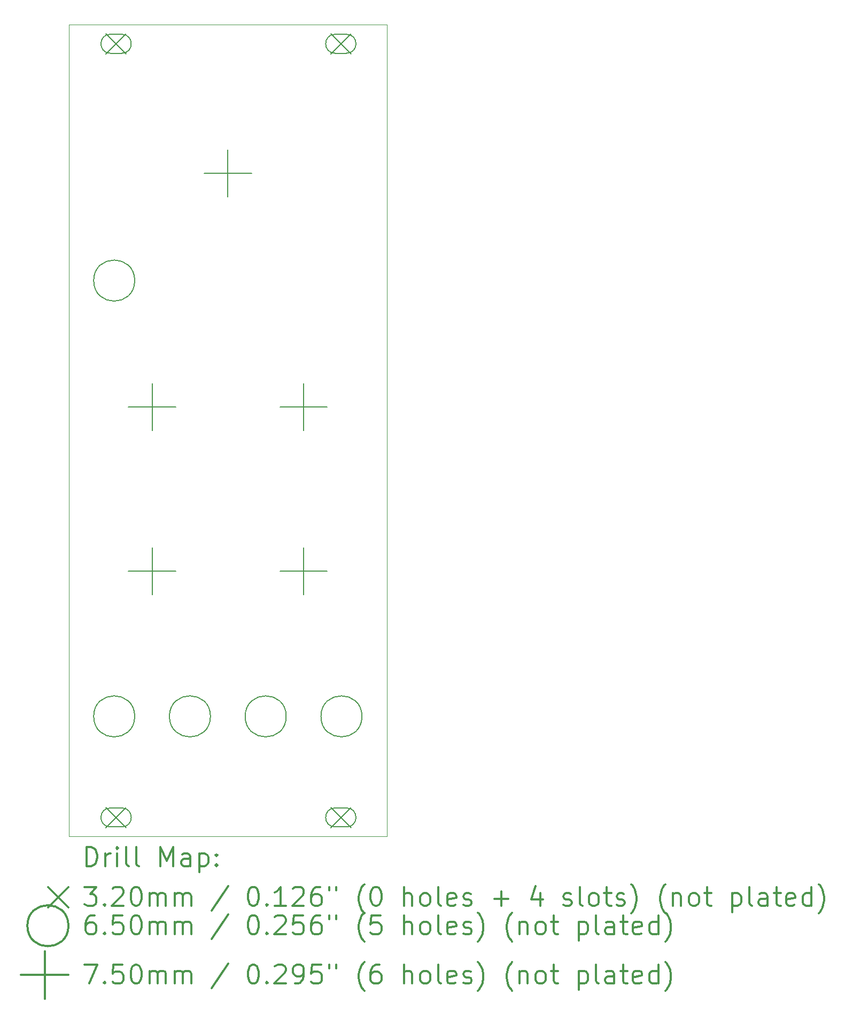
<source format=gbr>
%FSLAX45Y45*%
G04 Gerber Fmt 4.5, Leading zero omitted, Abs format (unit mm)*
G04 Created by KiCad (PCBNEW (5.0.0-rc2)) date Wed Jul  8 20:57:11 2020*
%MOMM*%
%LPD*%
G01*
G04 APERTURE LIST*
%ADD10C,0.100000*%
%ADD11C,0.200000*%
%ADD12C,0.300000*%
G04 APERTURE END LIST*
D10*
X0Y12850000D02*
X0Y0D01*
X5040000Y12850000D02*
X0Y12850000D01*
X5040000Y0D02*
X5040000Y12850000D01*
X0Y0D02*
X5040000Y0D01*
D11*
X590000Y460000D02*
X910000Y140000D01*
X910000Y460000D02*
X590000Y140000D01*
X660000Y150000D02*
X840000Y150000D01*
X660000Y450000D02*
X840000Y450000D01*
X840000Y150000D02*
G75*
G03X840000Y450000I0J150000D01*
G01*
X660000Y450000D02*
G75*
G03X660000Y150000I0J-150000D01*
G01*
X590000Y12710000D02*
X910000Y12390000D01*
X910000Y12710000D02*
X590000Y12390000D01*
X660000Y12400000D02*
X840000Y12400000D01*
X660000Y12700000D02*
X840000Y12700000D01*
X840000Y12400000D02*
G75*
G03X840000Y12700000I0J150000D01*
G01*
X660000Y12700000D02*
G75*
G03X660000Y12400000I0J-150000D01*
G01*
X4150000Y12710000D02*
X4470000Y12390000D01*
X4470000Y12710000D02*
X4150000Y12390000D01*
X4220000Y12400000D02*
X4400000Y12400000D01*
X4220000Y12700000D02*
X4400000Y12700000D01*
X4400000Y12400000D02*
G75*
G03X4400000Y12700000I0J150000D01*
G01*
X4220000Y12700000D02*
G75*
G03X4220000Y12400000I0J-150000D01*
G01*
X4150000Y460000D02*
X4470000Y140000D01*
X4470000Y460000D02*
X4150000Y140000D01*
X4220000Y150000D02*
X4400000Y150000D01*
X4220000Y450000D02*
X4400000Y450000D01*
X4400000Y150000D02*
G75*
G03X4400000Y450000I0J150000D01*
G01*
X4220000Y450000D02*
G75*
G03X4220000Y150000I0J-150000D01*
G01*
X1045000Y1900000D02*
G75*
G03X1045000Y1900000I-325000J0D01*
G01*
X2245000Y1900000D02*
G75*
G03X2245000Y1900000I-325000J0D01*
G01*
X4645000Y1900000D02*
G75*
G03X4645000Y1900000I-325000J0D01*
G01*
X1045000Y8800000D02*
G75*
G03X1045000Y8800000I-325000J0D01*
G01*
X3445000Y1900000D02*
G75*
G03X3445000Y1900000I-325000J0D01*
G01*
X2520000Y10875000D02*
X2520000Y10125000D01*
X2145000Y10500000D02*
X2895000Y10500000D01*
X1320000Y7175000D02*
X1320000Y6425000D01*
X945000Y6800000D02*
X1695000Y6800000D01*
X1320000Y4575000D02*
X1320000Y3825000D01*
X945000Y4200000D02*
X1695000Y4200000D01*
X1320000Y4575000D02*
X1320000Y3825000D01*
X945000Y4200000D02*
X1695000Y4200000D01*
X3720000Y7175000D02*
X3720000Y6425000D01*
X3345000Y6800000D02*
X4095000Y6800000D01*
X3720000Y4575000D02*
X3720000Y3825000D01*
X3345000Y4200000D02*
X4095000Y4200000D01*
D12*
X281428Y-470714D02*
X281428Y-170714D01*
X352857Y-170714D01*
X395714Y-185000D01*
X424286Y-213571D01*
X438571Y-242143D01*
X452857Y-299286D01*
X452857Y-342143D01*
X438571Y-399286D01*
X424286Y-427857D01*
X395714Y-456429D01*
X352857Y-470714D01*
X281428Y-470714D01*
X581428Y-470714D02*
X581428Y-270714D01*
X581428Y-327857D02*
X595714Y-299286D01*
X610000Y-285000D01*
X638571Y-270714D01*
X667143Y-270714D01*
X767143Y-470714D02*
X767143Y-270714D01*
X767143Y-170714D02*
X752857Y-185000D01*
X767143Y-199286D01*
X781428Y-185000D01*
X767143Y-170714D01*
X767143Y-199286D01*
X952857Y-470714D02*
X924286Y-456429D01*
X910000Y-427857D01*
X910000Y-170714D01*
X1110000Y-470714D02*
X1081428Y-456429D01*
X1067143Y-427857D01*
X1067143Y-170714D01*
X1452857Y-470714D02*
X1452857Y-170714D01*
X1552857Y-385000D01*
X1652857Y-170714D01*
X1652857Y-470714D01*
X1924286Y-470714D02*
X1924286Y-313572D01*
X1910000Y-285000D01*
X1881428Y-270714D01*
X1824286Y-270714D01*
X1795714Y-285000D01*
X1924286Y-456429D02*
X1895714Y-470714D01*
X1824286Y-470714D01*
X1795714Y-456429D01*
X1781428Y-427857D01*
X1781428Y-399286D01*
X1795714Y-370714D01*
X1824286Y-356429D01*
X1895714Y-356429D01*
X1924286Y-342143D01*
X2067143Y-270714D02*
X2067143Y-570714D01*
X2067143Y-285000D02*
X2095714Y-270714D01*
X2152857Y-270714D01*
X2181428Y-285000D01*
X2195714Y-299286D01*
X2210000Y-327857D01*
X2210000Y-413571D01*
X2195714Y-442143D01*
X2181428Y-456429D01*
X2152857Y-470714D01*
X2095714Y-470714D01*
X2067143Y-456429D01*
X2338571Y-442143D02*
X2352857Y-456429D01*
X2338571Y-470714D01*
X2324286Y-456429D01*
X2338571Y-442143D01*
X2338571Y-470714D01*
X2338571Y-285000D02*
X2352857Y-299286D01*
X2338571Y-313572D01*
X2324286Y-299286D01*
X2338571Y-285000D01*
X2338571Y-313572D01*
X-325000Y-805000D02*
X-5000Y-1125000D01*
X-5000Y-805000D02*
X-325000Y-1125000D01*
X252857Y-800714D02*
X438571Y-800714D01*
X338571Y-915000D01*
X381428Y-915000D01*
X410000Y-929286D01*
X424286Y-943571D01*
X438571Y-972143D01*
X438571Y-1043571D01*
X424286Y-1072143D01*
X410000Y-1086429D01*
X381428Y-1100714D01*
X295714Y-1100714D01*
X267143Y-1086429D01*
X252857Y-1072143D01*
X567143Y-1072143D02*
X581428Y-1086429D01*
X567143Y-1100714D01*
X552857Y-1086429D01*
X567143Y-1072143D01*
X567143Y-1100714D01*
X695714Y-829286D02*
X710000Y-815000D01*
X738571Y-800714D01*
X810000Y-800714D01*
X838571Y-815000D01*
X852857Y-829286D01*
X867143Y-857857D01*
X867143Y-886429D01*
X852857Y-929286D01*
X681428Y-1100714D01*
X867143Y-1100714D01*
X1052857Y-800714D02*
X1081428Y-800714D01*
X1110000Y-815000D01*
X1124286Y-829286D01*
X1138571Y-857857D01*
X1152857Y-915000D01*
X1152857Y-986429D01*
X1138571Y-1043571D01*
X1124286Y-1072143D01*
X1110000Y-1086429D01*
X1081428Y-1100714D01*
X1052857Y-1100714D01*
X1024286Y-1086429D01*
X1010000Y-1072143D01*
X995714Y-1043571D01*
X981428Y-986429D01*
X981428Y-915000D01*
X995714Y-857857D01*
X1010000Y-829286D01*
X1024286Y-815000D01*
X1052857Y-800714D01*
X1281428Y-1100714D02*
X1281428Y-900714D01*
X1281428Y-929286D02*
X1295714Y-915000D01*
X1324286Y-900714D01*
X1367143Y-900714D01*
X1395714Y-915000D01*
X1410000Y-943571D01*
X1410000Y-1100714D01*
X1410000Y-943571D02*
X1424286Y-915000D01*
X1452857Y-900714D01*
X1495714Y-900714D01*
X1524286Y-915000D01*
X1538571Y-943571D01*
X1538571Y-1100714D01*
X1681428Y-1100714D02*
X1681428Y-900714D01*
X1681428Y-929286D02*
X1695714Y-915000D01*
X1724286Y-900714D01*
X1767143Y-900714D01*
X1795714Y-915000D01*
X1810000Y-943571D01*
X1810000Y-1100714D01*
X1810000Y-943571D02*
X1824286Y-915000D01*
X1852857Y-900714D01*
X1895714Y-900714D01*
X1924286Y-915000D01*
X1938571Y-943571D01*
X1938571Y-1100714D01*
X2524286Y-786429D02*
X2267143Y-1172143D01*
X2910000Y-800714D02*
X2938571Y-800714D01*
X2967143Y-815000D01*
X2981428Y-829286D01*
X2995714Y-857857D01*
X3010000Y-915000D01*
X3010000Y-986429D01*
X2995714Y-1043571D01*
X2981428Y-1072143D01*
X2967143Y-1086429D01*
X2938571Y-1100714D01*
X2910000Y-1100714D01*
X2881428Y-1086429D01*
X2867143Y-1072143D01*
X2852857Y-1043571D01*
X2838571Y-986429D01*
X2838571Y-915000D01*
X2852857Y-857857D01*
X2867143Y-829286D01*
X2881428Y-815000D01*
X2910000Y-800714D01*
X3138571Y-1072143D02*
X3152857Y-1086429D01*
X3138571Y-1100714D01*
X3124286Y-1086429D01*
X3138571Y-1072143D01*
X3138571Y-1100714D01*
X3438571Y-1100714D02*
X3267143Y-1100714D01*
X3352857Y-1100714D02*
X3352857Y-800714D01*
X3324286Y-843571D01*
X3295714Y-872143D01*
X3267143Y-886429D01*
X3552857Y-829286D02*
X3567143Y-815000D01*
X3595714Y-800714D01*
X3667143Y-800714D01*
X3695714Y-815000D01*
X3710000Y-829286D01*
X3724286Y-857857D01*
X3724286Y-886429D01*
X3710000Y-929286D01*
X3538571Y-1100714D01*
X3724286Y-1100714D01*
X3981428Y-800714D02*
X3924286Y-800714D01*
X3895714Y-815000D01*
X3881428Y-829286D01*
X3852857Y-872143D01*
X3838571Y-929286D01*
X3838571Y-1043571D01*
X3852857Y-1072143D01*
X3867143Y-1086429D01*
X3895714Y-1100714D01*
X3952857Y-1100714D01*
X3981428Y-1086429D01*
X3995714Y-1072143D01*
X4010000Y-1043571D01*
X4010000Y-972143D01*
X3995714Y-943571D01*
X3981428Y-929286D01*
X3952857Y-915000D01*
X3895714Y-915000D01*
X3867143Y-929286D01*
X3852857Y-943571D01*
X3838571Y-972143D01*
X4124286Y-800714D02*
X4124286Y-857857D01*
X4238571Y-800714D02*
X4238571Y-857857D01*
X4681428Y-1215000D02*
X4667143Y-1200714D01*
X4638571Y-1157857D01*
X4624286Y-1129286D01*
X4610000Y-1086429D01*
X4595714Y-1015000D01*
X4595714Y-957857D01*
X4610000Y-886429D01*
X4624286Y-843571D01*
X4638571Y-815000D01*
X4667143Y-772143D01*
X4681428Y-757857D01*
X4852857Y-800714D02*
X4881428Y-800714D01*
X4910000Y-815000D01*
X4924286Y-829286D01*
X4938571Y-857857D01*
X4952857Y-915000D01*
X4952857Y-986429D01*
X4938571Y-1043571D01*
X4924286Y-1072143D01*
X4910000Y-1086429D01*
X4881428Y-1100714D01*
X4852857Y-1100714D01*
X4824286Y-1086429D01*
X4810000Y-1072143D01*
X4795714Y-1043571D01*
X4781428Y-986429D01*
X4781428Y-915000D01*
X4795714Y-857857D01*
X4810000Y-829286D01*
X4824286Y-815000D01*
X4852857Y-800714D01*
X5310000Y-1100714D02*
X5310000Y-800714D01*
X5438571Y-1100714D02*
X5438571Y-943571D01*
X5424286Y-915000D01*
X5395714Y-900714D01*
X5352857Y-900714D01*
X5324286Y-915000D01*
X5310000Y-929286D01*
X5624286Y-1100714D02*
X5595714Y-1086429D01*
X5581428Y-1072143D01*
X5567143Y-1043571D01*
X5567143Y-957857D01*
X5581428Y-929286D01*
X5595714Y-915000D01*
X5624286Y-900714D01*
X5667143Y-900714D01*
X5695714Y-915000D01*
X5710000Y-929286D01*
X5724286Y-957857D01*
X5724286Y-1043571D01*
X5710000Y-1072143D01*
X5695714Y-1086429D01*
X5667143Y-1100714D01*
X5624286Y-1100714D01*
X5895714Y-1100714D02*
X5867143Y-1086429D01*
X5852857Y-1057857D01*
X5852857Y-800714D01*
X6124286Y-1086429D02*
X6095714Y-1100714D01*
X6038571Y-1100714D01*
X6010000Y-1086429D01*
X5995714Y-1057857D01*
X5995714Y-943571D01*
X6010000Y-915000D01*
X6038571Y-900714D01*
X6095714Y-900714D01*
X6124286Y-915000D01*
X6138571Y-943571D01*
X6138571Y-972143D01*
X5995714Y-1000714D01*
X6252857Y-1086429D02*
X6281428Y-1100714D01*
X6338571Y-1100714D01*
X6367143Y-1086429D01*
X6381428Y-1057857D01*
X6381428Y-1043571D01*
X6367143Y-1015000D01*
X6338571Y-1000714D01*
X6295714Y-1000714D01*
X6267143Y-986429D01*
X6252857Y-957857D01*
X6252857Y-943571D01*
X6267143Y-915000D01*
X6295714Y-900714D01*
X6338571Y-900714D01*
X6367143Y-915000D01*
X6738571Y-986429D02*
X6967143Y-986429D01*
X6852857Y-1100714D02*
X6852857Y-872143D01*
X7467143Y-900714D02*
X7467143Y-1100714D01*
X7395714Y-786429D02*
X7324286Y-1000714D01*
X7510000Y-1000714D01*
X7838571Y-1086429D02*
X7867143Y-1100714D01*
X7924286Y-1100714D01*
X7952857Y-1086429D01*
X7967143Y-1057857D01*
X7967143Y-1043571D01*
X7952857Y-1015000D01*
X7924286Y-1000714D01*
X7881428Y-1000714D01*
X7852857Y-986429D01*
X7838571Y-957857D01*
X7838571Y-943571D01*
X7852857Y-915000D01*
X7881428Y-900714D01*
X7924286Y-900714D01*
X7952857Y-915000D01*
X8138571Y-1100714D02*
X8110000Y-1086429D01*
X8095714Y-1057857D01*
X8095714Y-800714D01*
X8295714Y-1100714D02*
X8267143Y-1086429D01*
X8252857Y-1072143D01*
X8238571Y-1043571D01*
X8238571Y-957857D01*
X8252857Y-929286D01*
X8267143Y-915000D01*
X8295714Y-900714D01*
X8338571Y-900714D01*
X8367143Y-915000D01*
X8381428Y-929286D01*
X8395714Y-957857D01*
X8395714Y-1043571D01*
X8381428Y-1072143D01*
X8367143Y-1086429D01*
X8338571Y-1100714D01*
X8295714Y-1100714D01*
X8481428Y-900714D02*
X8595714Y-900714D01*
X8524286Y-800714D02*
X8524286Y-1057857D01*
X8538571Y-1086429D01*
X8567143Y-1100714D01*
X8595714Y-1100714D01*
X8681428Y-1086429D02*
X8710000Y-1100714D01*
X8767143Y-1100714D01*
X8795714Y-1086429D01*
X8810000Y-1057857D01*
X8810000Y-1043571D01*
X8795714Y-1015000D01*
X8767143Y-1000714D01*
X8724286Y-1000714D01*
X8695714Y-986429D01*
X8681428Y-957857D01*
X8681428Y-943571D01*
X8695714Y-915000D01*
X8724286Y-900714D01*
X8767143Y-900714D01*
X8795714Y-915000D01*
X8910000Y-1215000D02*
X8924286Y-1200714D01*
X8952857Y-1157857D01*
X8967143Y-1129286D01*
X8981428Y-1086429D01*
X8995714Y-1015000D01*
X8995714Y-957857D01*
X8981428Y-886429D01*
X8967143Y-843571D01*
X8952857Y-815000D01*
X8924286Y-772143D01*
X8910000Y-757857D01*
X9452857Y-1215000D02*
X9438571Y-1200714D01*
X9410000Y-1157857D01*
X9395714Y-1129286D01*
X9381428Y-1086429D01*
X9367143Y-1015000D01*
X9367143Y-957857D01*
X9381428Y-886429D01*
X9395714Y-843571D01*
X9410000Y-815000D01*
X9438571Y-772143D01*
X9452857Y-757857D01*
X9567143Y-900714D02*
X9567143Y-1100714D01*
X9567143Y-929286D02*
X9581428Y-915000D01*
X9610000Y-900714D01*
X9652857Y-900714D01*
X9681428Y-915000D01*
X9695714Y-943571D01*
X9695714Y-1100714D01*
X9881428Y-1100714D02*
X9852857Y-1086429D01*
X9838571Y-1072143D01*
X9824286Y-1043571D01*
X9824286Y-957857D01*
X9838571Y-929286D01*
X9852857Y-915000D01*
X9881428Y-900714D01*
X9924286Y-900714D01*
X9952857Y-915000D01*
X9967143Y-929286D01*
X9981428Y-957857D01*
X9981428Y-1043571D01*
X9967143Y-1072143D01*
X9952857Y-1086429D01*
X9924286Y-1100714D01*
X9881428Y-1100714D01*
X10067143Y-900714D02*
X10181428Y-900714D01*
X10110000Y-800714D02*
X10110000Y-1057857D01*
X10124286Y-1086429D01*
X10152857Y-1100714D01*
X10181428Y-1100714D01*
X10510000Y-900714D02*
X10510000Y-1200714D01*
X10510000Y-915000D02*
X10538571Y-900714D01*
X10595714Y-900714D01*
X10624286Y-915000D01*
X10638571Y-929286D01*
X10652857Y-957857D01*
X10652857Y-1043571D01*
X10638571Y-1072143D01*
X10624286Y-1086429D01*
X10595714Y-1100714D01*
X10538571Y-1100714D01*
X10510000Y-1086429D01*
X10824286Y-1100714D02*
X10795714Y-1086429D01*
X10781428Y-1057857D01*
X10781428Y-800714D01*
X11067143Y-1100714D02*
X11067143Y-943571D01*
X11052857Y-915000D01*
X11024286Y-900714D01*
X10967143Y-900714D01*
X10938571Y-915000D01*
X11067143Y-1086429D02*
X11038571Y-1100714D01*
X10967143Y-1100714D01*
X10938571Y-1086429D01*
X10924286Y-1057857D01*
X10924286Y-1029286D01*
X10938571Y-1000714D01*
X10967143Y-986429D01*
X11038571Y-986429D01*
X11067143Y-972143D01*
X11167143Y-900714D02*
X11281428Y-900714D01*
X11210000Y-800714D02*
X11210000Y-1057857D01*
X11224286Y-1086429D01*
X11252857Y-1100714D01*
X11281428Y-1100714D01*
X11495714Y-1086429D02*
X11467143Y-1100714D01*
X11410000Y-1100714D01*
X11381428Y-1086429D01*
X11367143Y-1057857D01*
X11367143Y-943571D01*
X11381428Y-915000D01*
X11410000Y-900714D01*
X11467143Y-900714D01*
X11495714Y-915000D01*
X11510000Y-943571D01*
X11510000Y-972143D01*
X11367143Y-1000714D01*
X11767143Y-1100714D02*
X11767143Y-800714D01*
X11767143Y-1086429D02*
X11738571Y-1100714D01*
X11681428Y-1100714D01*
X11652857Y-1086429D01*
X11638571Y-1072143D01*
X11624286Y-1043571D01*
X11624286Y-957857D01*
X11638571Y-929286D01*
X11652857Y-915000D01*
X11681428Y-900714D01*
X11738571Y-900714D01*
X11767143Y-915000D01*
X11881428Y-1215000D02*
X11895714Y-1200714D01*
X11924286Y-1157857D01*
X11938571Y-1129286D01*
X11952857Y-1086429D01*
X11967143Y-1015000D01*
X11967143Y-957857D01*
X11952857Y-886429D01*
X11938571Y-843571D01*
X11924286Y-815000D01*
X11895714Y-772143D01*
X11881428Y-757857D01*
X-5000Y-1415000D02*
G75*
G03X-5000Y-1415000I-325000J0D01*
G01*
X410000Y-1250714D02*
X352857Y-1250714D01*
X324286Y-1265000D01*
X310000Y-1279286D01*
X281428Y-1322143D01*
X267143Y-1379286D01*
X267143Y-1493571D01*
X281428Y-1522143D01*
X295714Y-1536429D01*
X324286Y-1550714D01*
X381428Y-1550714D01*
X410000Y-1536429D01*
X424286Y-1522143D01*
X438571Y-1493571D01*
X438571Y-1422143D01*
X424286Y-1393572D01*
X410000Y-1379286D01*
X381428Y-1365000D01*
X324286Y-1365000D01*
X295714Y-1379286D01*
X281428Y-1393572D01*
X267143Y-1422143D01*
X567143Y-1522143D02*
X581428Y-1536429D01*
X567143Y-1550714D01*
X552857Y-1536429D01*
X567143Y-1522143D01*
X567143Y-1550714D01*
X852857Y-1250714D02*
X710000Y-1250714D01*
X695714Y-1393572D01*
X710000Y-1379286D01*
X738571Y-1365000D01*
X810000Y-1365000D01*
X838571Y-1379286D01*
X852857Y-1393572D01*
X867143Y-1422143D01*
X867143Y-1493571D01*
X852857Y-1522143D01*
X838571Y-1536429D01*
X810000Y-1550714D01*
X738571Y-1550714D01*
X710000Y-1536429D01*
X695714Y-1522143D01*
X1052857Y-1250714D02*
X1081428Y-1250714D01*
X1110000Y-1265000D01*
X1124286Y-1279286D01*
X1138571Y-1307857D01*
X1152857Y-1365000D01*
X1152857Y-1436429D01*
X1138571Y-1493571D01*
X1124286Y-1522143D01*
X1110000Y-1536429D01*
X1081428Y-1550714D01*
X1052857Y-1550714D01*
X1024286Y-1536429D01*
X1010000Y-1522143D01*
X995714Y-1493571D01*
X981428Y-1436429D01*
X981428Y-1365000D01*
X995714Y-1307857D01*
X1010000Y-1279286D01*
X1024286Y-1265000D01*
X1052857Y-1250714D01*
X1281428Y-1550714D02*
X1281428Y-1350714D01*
X1281428Y-1379286D02*
X1295714Y-1365000D01*
X1324286Y-1350714D01*
X1367143Y-1350714D01*
X1395714Y-1365000D01*
X1410000Y-1393572D01*
X1410000Y-1550714D01*
X1410000Y-1393572D02*
X1424286Y-1365000D01*
X1452857Y-1350714D01*
X1495714Y-1350714D01*
X1524286Y-1365000D01*
X1538571Y-1393572D01*
X1538571Y-1550714D01*
X1681428Y-1550714D02*
X1681428Y-1350714D01*
X1681428Y-1379286D02*
X1695714Y-1365000D01*
X1724286Y-1350714D01*
X1767143Y-1350714D01*
X1795714Y-1365000D01*
X1810000Y-1393572D01*
X1810000Y-1550714D01*
X1810000Y-1393572D02*
X1824286Y-1365000D01*
X1852857Y-1350714D01*
X1895714Y-1350714D01*
X1924286Y-1365000D01*
X1938571Y-1393572D01*
X1938571Y-1550714D01*
X2524286Y-1236429D02*
X2267143Y-1622143D01*
X2910000Y-1250714D02*
X2938571Y-1250714D01*
X2967143Y-1265000D01*
X2981428Y-1279286D01*
X2995714Y-1307857D01*
X3010000Y-1365000D01*
X3010000Y-1436429D01*
X2995714Y-1493571D01*
X2981428Y-1522143D01*
X2967143Y-1536429D01*
X2938571Y-1550714D01*
X2910000Y-1550714D01*
X2881428Y-1536429D01*
X2867143Y-1522143D01*
X2852857Y-1493571D01*
X2838571Y-1436429D01*
X2838571Y-1365000D01*
X2852857Y-1307857D01*
X2867143Y-1279286D01*
X2881428Y-1265000D01*
X2910000Y-1250714D01*
X3138571Y-1522143D02*
X3152857Y-1536429D01*
X3138571Y-1550714D01*
X3124286Y-1536429D01*
X3138571Y-1522143D01*
X3138571Y-1550714D01*
X3267143Y-1279286D02*
X3281428Y-1265000D01*
X3310000Y-1250714D01*
X3381428Y-1250714D01*
X3410000Y-1265000D01*
X3424286Y-1279286D01*
X3438571Y-1307857D01*
X3438571Y-1336429D01*
X3424286Y-1379286D01*
X3252857Y-1550714D01*
X3438571Y-1550714D01*
X3710000Y-1250714D02*
X3567143Y-1250714D01*
X3552857Y-1393572D01*
X3567143Y-1379286D01*
X3595714Y-1365000D01*
X3667143Y-1365000D01*
X3695714Y-1379286D01*
X3710000Y-1393572D01*
X3724286Y-1422143D01*
X3724286Y-1493571D01*
X3710000Y-1522143D01*
X3695714Y-1536429D01*
X3667143Y-1550714D01*
X3595714Y-1550714D01*
X3567143Y-1536429D01*
X3552857Y-1522143D01*
X3981428Y-1250714D02*
X3924286Y-1250714D01*
X3895714Y-1265000D01*
X3881428Y-1279286D01*
X3852857Y-1322143D01*
X3838571Y-1379286D01*
X3838571Y-1493571D01*
X3852857Y-1522143D01*
X3867143Y-1536429D01*
X3895714Y-1550714D01*
X3952857Y-1550714D01*
X3981428Y-1536429D01*
X3995714Y-1522143D01*
X4010000Y-1493571D01*
X4010000Y-1422143D01*
X3995714Y-1393572D01*
X3981428Y-1379286D01*
X3952857Y-1365000D01*
X3895714Y-1365000D01*
X3867143Y-1379286D01*
X3852857Y-1393572D01*
X3838571Y-1422143D01*
X4124286Y-1250714D02*
X4124286Y-1307857D01*
X4238571Y-1250714D02*
X4238571Y-1307857D01*
X4681428Y-1665000D02*
X4667143Y-1650714D01*
X4638571Y-1607857D01*
X4624286Y-1579286D01*
X4610000Y-1536429D01*
X4595714Y-1465000D01*
X4595714Y-1407857D01*
X4610000Y-1336429D01*
X4624286Y-1293572D01*
X4638571Y-1265000D01*
X4667143Y-1222143D01*
X4681428Y-1207857D01*
X4938571Y-1250714D02*
X4795714Y-1250714D01*
X4781428Y-1393572D01*
X4795714Y-1379286D01*
X4824286Y-1365000D01*
X4895714Y-1365000D01*
X4924286Y-1379286D01*
X4938571Y-1393572D01*
X4952857Y-1422143D01*
X4952857Y-1493571D01*
X4938571Y-1522143D01*
X4924286Y-1536429D01*
X4895714Y-1550714D01*
X4824286Y-1550714D01*
X4795714Y-1536429D01*
X4781428Y-1522143D01*
X5310000Y-1550714D02*
X5310000Y-1250714D01*
X5438571Y-1550714D02*
X5438571Y-1393572D01*
X5424286Y-1365000D01*
X5395714Y-1350714D01*
X5352857Y-1350714D01*
X5324286Y-1365000D01*
X5310000Y-1379286D01*
X5624286Y-1550714D02*
X5595714Y-1536429D01*
X5581428Y-1522143D01*
X5567143Y-1493571D01*
X5567143Y-1407857D01*
X5581428Y-1379286D01*
X5595714Y-1365000D01*
X5624286Y-1350714D01*
X5667143Y-1350714D01*
X5695714Y-1365000D01*
X5710000Y-1379286D01*
X5724286Y-1407857D01*
X5724286Y-1493571D01*
X5710000Y-1522143D01*
X5695714Y-1536429D01*
X5667143Y-1550714D01*
X5624286Y-1550714D01*
X5895714Y-1550714D02*
X5867143Y-1536429D01*
X5852857Y-1507857D01*
X5852857Y-1250714D01*
X6124286Y-1536429D02*
X6095714Y-1550714D01*
X6038571Y-1550714D01*
X6010000Y-1536429D01*
X5995714Y-1507857D01*
X5995714Y-1393572D01*
X6010000Y-1365000D01*
X6038571Y-1350714D01*
X6095714Y-1350714D01*
X6124286Y-1365000D01*
X6138571Y-1393572D01*
X6138571Y-1422143D01*
X5995714Y-1450714D01*
X6252857Y-1536429D02*
X6281428Y-1550714D01*
X6338571Y-1550714D01*
X6367143Y-1536429D01*
X6381428Y-1507857D01*
X6381428Y-1493571D01*
X6367143Y-1465000D01*
X6338571Y-1450714D01*
X6295714Y-1450714D01*
X6267143Y-1436429D01*
X6252857Y-1407857D01*
X6252857Y-1393572D01*
X6267143Y-1365000D01*
X6295714Y-1350714D01*
X6338571Y-1350714D01*
X6367143Y-1365000D01*
X6481428Y-1665000D02*
X6495714Y-1650714D01*
X6524286Y-1607857D01*
X6538571Y-1579286D01*
X6552857Y-1536429D01*
X6567143Y-1465000D01*
X6567143Y-1407857D01*
X6552857Y-1336429D01*
X6538571Y-1293572D01*
X6524286Y-1265000D01*
X6495714Y-1222143D01*
X6481428Y-1207857D01*
X7024286Y-1665000D02*
X7010000Y-1650714D01*
X6981428Y-1607857D01*
X6967143Y-1579286D01*
X6952857Y-1536429D01*
X6938571Y-1465000D01*
X6938571Y-1407857D01*
X6952857Y-1336429D01*
X6967143Y-1293572D01*
X6981428Y-1265000D01*
X7010000Y-1222143D01*
X7024286Y-1207857D01*
X7138571Y-1350714D02*
X7138571Y-1550714D01*
X7138571Y-1379286D02*
X7152857Y-1365000D01*
X7181428Y-1350714D01*
X7224286Y-1350714D01*
X7252857Y-1365000D01*
X7267143Y-1393572D01*
X7267143Y-1550714D01*
X7452857Y-1550714D02*
X7424286Y-1536429D01*
X7410000Y-1522143D01*
X7395714Y-1493571D01*
X7395714Y-1407857D01*
X7410000Y-1379286D01*
X7424286Y-1365000D01*
X7452857Y-1350714D01*
X7495714Y-1350714D01*
X7524286Y-1365000D01*
X7538571Y-1379286D01*
X7552857Y-1407857D01*
X7552857Y-1493571D01*
X7538571Y-1522143D01*
X7524286Y-1536429D01*
X7495714Y-1550714D01*
X7452857Y-1550714D01*
X7638571Y-1350714D02*
X7752857Y-1350714D01*
X7681428Y-1250714D02*
X7681428Y-1507857D01*
X7695714Y-1536429D01*
X7724286Y-1550714D01*
X7752857Y-1550714D01*
X8081428Y-1350714D02*
X8081428Y-1650714D01*
X8081428Y-1365000D02*
X8110000Y-1350714D01*
X8167143Y-1350714D01*
X8195714Y-1365000D01*
X8210000Y-1379286D01*
X8224286Y-1407857D01*
X8224286Y-1493571D01*
X8210000Y-1522143D01*
X8195714Y-1536429D01*
X8167143Y-1550714D01*
X8110000Y-1550714D01*
X8081428Y-1536429D01*
X8395714Y-1550714D02*
X8367143Y-1536429D01*
X8352857Y-1507857D01*
X8352857Y-1250714D01*
X8638571Y-1550714D02*
X8638571Y-1393572D01*
X8624286Y-1365000D01*
X8595714Y-1350714D01*
X8538571Y-1350714D01*
X8510000Y-1365000D01*
X8638571Y-1536429D02*
X8610000Y-1550714D01*
X8538571Y-1550714D01*
X8510000Y-1536429D01*
X8495714Y-1507857D01*
X8495714Y-1479286D01*
X8510000Y-1450714D01*
X8538571Y-1436429D01*
X8610000Y-1436429D01*
X8638571Y-1422143D01*
X8738571Y-1350714D02*
X8852857Y-1350714D01*
X8781428Y-1250714D02*
X8781428Y-1507857D01*
X8795714Y-1536429D01*
X8824286Y-1550714D01*
X8852857Y-1550714D01*
X9067143Y-1536429D02*
X9038571Y-1550714D01*
X8981428Y-1550714D01*
X8952857Y-1536429D01*
X8938571Y-1507857D01*
X8938571Y-1393572D01*
X8952857Y-1365000D01*
X8981428Y-1350714D01*
X9038571Y-1350714D01*
X9067143Y-1365000D01*
X9081428Y-1393572D01*
X9081428Y-1422143D01*
X8938571Y-1450714D01*
X9338571Y-1550714D02*
X9338571Y-1250714D01*
X9338571Y-1536429D02*
X9310000Y-1550714D01*
X9252857Y-1550714D01*
X9224286Y-1536429D01*
X9210000Y-1522143D01*
X9195714Y-1493571D01*
X9195714Y-1407857D01*
X9210000Y-1379286D01*
X9224286Y-1365000D01*
X9252857Y-1350714D01*
X9310000Y-1350714D01*
X9338571Y-1365000D01*
X9452857Y-1665000D02*
X9467143Y-1650714D01*
X9495714Y-1607857D01*
X9510000Y-1579286D01*
X9524286Y-1536429D01*
X9538571Y-1465000D01*
X9538571Y-1407857D01*
X9524286Y-1336429D01*
X9510000Y-1293572D01*
X9495714Y-1265000D01*
X9467143Y-1222143D01*
X9452857Y-1207857D01*
X-380000Y-1820000D02*
X-380000Y-2570000D01*
X-755000Y-2195000D02*
X-5000Y-2195000D01*
X252857Y-2030714D02*
X452857Y-2030714D01*
X324286Y-2330714D01*
X567143Y-2302143D02*
X581428Y-2316429D01*
X567143Y-2330714D01*
X552857Y-2316429D01*
X567143Y-2302143D01*
X567143Y-2330714D01*
X852857Y-2030714D02*
X710000Y-2030714D01*
X695714Y-2173572D01*
X710000Y-2159286D01*
X738571Y-2145000D01*
X810000Y-2145000D01*
X838571Y-2159286D01*
X852857Y-2173572D01*
X867143Y-2202143D01*
X867143Y-2273572D01*
X852857Y-2302143D01*
X838571Y-2316429D01*
X810000Y-2330714D01*
X738571Y-2330714D01*
X710000Y-2316429D01*
X695714Y-2302143D01*
X1052857Y-2030714D02*
X1081428Y-2030714D01*
X1110000Y-2045000D01*
X1124286Y-2059286D01*
X1138571Y-2087857D01*
X1152857Y-2145000D01*
X1152857Y-2216429D01*
X1138571Y-2273572D01*
X1124286Y-2302143D01*
X1110000Y-2316429D01*
X1081428Y-2330714D01*
X1052857Y-2330714D01*
X1024286Y-2316429D01*
X1010000Y-2302143D01*
X995714Y-2273572D01*
X981428Y-2216429D01*
X981428Y-2145000D01*
X995714Y-2087857D01*
X1010000Y-2059286D01*
X1024286Y-2045000D01*
X1052857Y-2030714D01*
X1281428Y-2330714D02*
X1281428Y-2130714D01*
X1281428Y-2159286D02*
X1295714Y-2145000D01*
X1324286Y-2130714D01*
X1367143Y-2130714D01*
X1395714Y-2145000D01*
X1410000Y-2173572D01*
X1410000Y-2330714D01*
X1410000Y-2173572D02*
X1424286Y-2145000D01*
X1452857Y-2130714D01*
X1495714Y-2130714D01*
X1524286Y-2145000D01*
X1538571Y-2173572D01*
X1538571Y-2330714D01*
X1681428Y-2330714D02*
X1681428Y-2130714D01*
X1681428Y-2159286D02*
X1695714Y-2145000D01*
X1724286Y-2130714D01*
X1767143Y-2130714D01*
X1795714Y-2145000D01*
X1810000Y-2173572D01*
X1810000Y-2330714D01*
X1810000Y-2173572D02*
X1824286Y-2145000D01*
X1852857Y-2130714D01*
X1895714Y-2130714D01*
X1924286Y-2145000D01*
X1938571Y-2173572D01*
X1938571Y-2330714D01*
X2524286Y-2016429D02*
X2267143Y-2402143D01*
X2910000Y-2030714D02*
X2938571Y-2030714D01*
X2967143Y-2045000D01*
X2981428Y-2059286D01*
X2995714Y-2087857D01*
X3010000Y-2145000D01*
X3010000Y-2216429D01*
X2995714Y-2273572D01*
X2981428Y-2302143D01*
X2967143Y-2316429D01*
X2938571Y-2330714D01*
X2910000Y-2330714D01*
X2881428Y-2316429D01*
X2867143Y-2302143D01*
X2852857Y-2273572D01*
X2838571Y-2216429D01*
X2838571Y-2145000D01*
X2852857Y-2087857D01*
X2867143Y-2059286D01*
X2881428Y-2045000D01*
X2910000Y-2030714D01*
X3138571Y-2302143D02*
X3152857Y-2316429D01*
X3138571Y-2330714D01*
X3124286Y-2316429D01*
X3138571Y-2302143D01*
X3138571Y-2330714D01*
X3267143Y-2059286D02*
X3281428Y-2045000D01*
X3310000Y-2030714D01*
X3381428Y-2030714D01*
X3410000Y-2045000D01*
X3424286Y-2059286D01*
X3438571Y-2087857D01*
X3438571Y-2116429D01*
X3424286Y-2159286D01*
X3252857Y-2330714D01*
X3438571Y-2330714D01*
X3581428Y-2330714D02*
X3638571Y-2330714D01*
X3667143Y-2316429D01*
X3681428Y-2302143D01*
X3710000Y-2259286D01*
X3724286Y-2202143D01*
X3724286Y-2087857D01*
X3710000Y-2059286D01*
X3695714Y-2045000D01*
X3667143Y-2030714D01*
X3610000Y-2030714D01*
X3581428Y-2045000D01*
X3567143Y-2059286D01*
X3552857Y-2087857D01*
X3552857Y-2159286D01*
X3567143Y-2187857D01*
X3581428Y-2202143D01*
X3610000Y-2216429D01*
X3667143Y-2216429D01*
X3695714Y-2202143D01*
X3710000Y-2187857D01*
X3724286Y-2159286D01*
X3995714Y-2030714D02*
X3852857Y-2030714D01*
X3838571Y-2173572D01*
X3852857Y-2159286D01*
X3881428Y-2145000D01*
X3952857Y-2145000D01*
X3981428Y-2159286D01*
X3995714Y-2173572D01*
X4010000Y-2202143D01*
X4010000Y-2273572D01*
X3995714Y-2302143D01*
X3981428Y-2316429D01*
X3952857Y-2330714D01*
X3881428Y-2330714D01*
X3852857Y-2316429D01*
X3838571Y-2302143D01*
X4124286Y-2030714D02*
X4124286Y-2087857D01*
X4238571Y-2030714D02*
X4238571Y-2087857D01*
X4681428Y-2445000D02*
X4667143Y-2430714D01*
X4638571Y-2387857D01*
X4624286Y-2359286D01*
X4610000Y-2316429D01*
X4595714Y-2245000D01*
X4595714Y-2187857D01*
X4610000Y-2116429D01*
X4624286Y-2073571D01*
X4638571Y-2045000D01*
X4667143Y-2002143D01*
X4681428Y-1987857D01*
X4924286Y-2030714D02*
X4867143Y-2030714D01*
X4838571Y-2045000D01*
X4824286Y-2059286D01*
X4795714Y-2102143D01*
X4781428Y-2159286D01*
X4781428Y-2273572D01*
X4795714Y-2302143D01*
X4810000Y-2316429D01*
X4838571Y-2330714D01*
X4895714Y-2330714D01*
X4924286Y-2316429D01*
X4938571Y-2302143D01*
X4952857Y-2273572D01*
X4952857Y-2202143D01*
X4938571Y-2173572D01*
X4924286Y-2159286D01*
X4895714Y-2145000D01*
X4838571Y-2145000D01*
X4810000Y-2159286D01*
X4795714Y-2173572D01*
X4781428Y-2202143D01*
X5310000Y-2330714D02*
X5310000Y-2030714D01*
X5438571Y-2330714D02*
X5438571Y-2173572D01*
X5424286Y-2145000D01*
X5395714Y-2130714D01*
X5352857Y-2130714D01*
X5324286Y-2145000D01*
X5310000Y-2159286D01*
X5624286Y-2330714D02*
X5595714Y-2316429D01*
X5581428Y-2302143D01*
X5567143Y-2273572D01*
X5567143Y-2187857D01*
X5581428Y-2159286D01*
X5595714Y-2145000D01*
X5624286Y-2130714D01*
X5667143Y-2130714D01*
X5695714Y-2145000D01*
X5710000Y-2159286D01*
X5724286Y-2187857D01*
X5724286Y-2273572D01*
X5710000Y-2302143D01*
X5695714Y-2316429D01*
X5667143Y-2330714D01*
X5624286Y-2330714D01*
X5895714Y-2330714D02*
X5867143Y-2316429D01*
X5852857Y-2287857D01*
X5852857Y-2030714D01*
X6124286Y-2316429D02*
X6095714Y-2330714D01*
X6038571Y-2330714D01*
X6010000Y-2316429D01*
X5995714Y-2287857D01*
X5995714Y-2173572D01*
X6010000Y-2145000D01*
X6038571Y-2130714D01*
X6095714Y-2130714D01*
X6124286Y-2145000D01*
X6138571Y-2173572D01*
X6138571Y-2202143D01*
X5995714Y-2230714D01*
X6252857Y-2316429D02*
X6281428Y-2330714D01*
X6338571Y-2330714D01*
X6367143Y-2316429D01*
X6381428Y-2287857D01*
X6381428Y-2273572D01*
X6367143Y-2245000D01*
X6338571Y-2230714D01*
X6295714Y-2230714D01*
X6267143Y-2216429D01*
X6252857Y-2187857D01*
X6252857Y-2173572D01*
X6267143Y-2145000D01*
X6295714Y-2130714D01*
X6338571Y-2130714D01*
X6367143Y-2145000D01*
X6481428Y-2445000D02*
X6495714Y-2430714D01*
X6524286Y-2387857D01*
X6538571Y-2359286D01*
X6552857Y-2316429D01*
X6567143Y-2245000D01*
X6567143Y-2187857D01*
X6552857Y-2116429D01*
X6538571Y-2073571D01*
X6524286Y-2045000D01*
X6495714Y-2002143D01*
X6481428Y-1987857D01*
X7024286Y-2445000D02*
X7010000Y-2430714D01*
X6981428Y-2387857D01*
X6967143Y-2359286D01*
X6952857Y-2316429D01*
X6938571Y-2245000D01*
X6938571Y-2187857D01*
X6952857Y-2116429D01*
X6967143Y-2073571D01*
X6981428Y-2045000D01*
X7010000Y-2002143D01*
X7024286Y-1987857D01*
X7138571Y-2130714D02*
X7138571Y-2330714D01*
X7138571Y-2159286D02*
X7152857Y-2145000D01*
X7181428Y-2130714D01*
X7224286Y-2130714D01*
X7252857Y-2145000D01*
X7267143Y-2173572D01*
X7267143Y-2330714D01*
X7452857Y-2330714D02*
X7424286Y-2316429D01*
X7410000Y-2302143D01*
X7395714Y-2273572D01*
X7395714Y-2187857D01*
X7410000Y-2159286D01*
X7424286Y-2145000D01*
X7452857Y-2130714D01*
X7495714Y-2130714D01*
X7524286Y-2145000D01*
X7538571Y-2159286D01*
X7552857Y-2187857D01*
X7552857Y-2273572D01*
X7538571Y-2302143D01*
X7524286Y-2316429D01*
X7495714Y-2330714D01*
X7452857Y-2330714D01*
X7638571Y-2130714D02*
X7752857Y-2130714D01*
X7681428Y-2030714D02*
X7681428Y-2287857D01*
X7695714Y-2316429D01*
X7724286Y-2330714D01*
X7752857Y-2330714D01*
X8081428Y-2130714D02*
X8081428Y-2430714D01*
X8081428Y-2145000D02*
X8110000Y-2130714D01*
X8167143Y-2130714D01*
X8195714Y-2145000D01*
X8210000Y-2159286D01*
X8224286Y-2187857D01*
X8224286Y-2273572D01*
X8210000Y-2302143D01*
X8195714Y-2316429D01*
X8167143Y-2330714D01*
X8110000Y-2330714D01*
X8081428Y-2316429D01*
X8395714Y-2330714D02*
X8367143Y-2316429D01*
X8352857Y-2287857D01*
X8352857Y-2030714D01*
X8638571Y-2330714D02*
X8638571Y-2173572D01*
X8624286Y-2145000D01*
X8595714Y-2130714D01*
X8538571Y-2130714D01*
X8510000Y-2145000D01*
X8638571Y-2316429D02*
X8610000Y-2330714D01*
X8538571Y-2330714D01*
X8510000Y-2316429D01*
X8495714Y-2287857D01*
X8495714Y-2259286D01*
X8510000Y-2230714D01*
X8538571Y-2216429D01*
X8610000Y-2216429D01*
X8638571Y-2202143D01*
X8738571Y-2130714D02*
X8852857Y-2130714D01*
X8781428Y-2030714D02*
X8781428Y-2287857D01*
X8795714Y-2316429D01*
X8824286Y-2330714D01*
X8852857Y-2330714D01*
X9067143Y-2316429D02*
X9038571Y-2330714D01*
X8981428Y-2330714D01*
X8952857Y-2316429D01*
X8938571Y-2287857D01*
X8938571Y-2173572D01*
X8952857Y-2145000D01*
X8981428Y-2130714D01*
X9038571Y-2130714D01*
X9067143Y-2145000D01*
X9081428Y-2173572D01*
X9081428Y-2202143D01*
X8938571Y-2230714D01*
X9338571Y-2330714D02*
X9338571Y-2030714D01*
X9338571Y-2316429D02*
X9310000Y-2330714D01*
X9252857Y-2330714D01*
X9224286Y-2316429D01*
X9210000Y-2302143D01*
X9195714Y-2273572D01*
X9195714Y-2187857D01*
X9210000Y-2159286D01*
X9224286Y-2145000D01*
X9252857Y-2130714D01*
X9310000Y-2130714D01*
X9338571Y-2145000D01*
X9452857Y-2445000D02*
X9467143Y-2430714D01*
X9495714Y-2387857D01*
X9510000Y-2359286D01*
X9524286Y-2316429D01*
X9538571Y-2245000D01*
X9538571Y-2187857D01*
X9524286Y-2116429D01*
X9510000Y-2073571D01*
X9495714Y-2045000D01*
X9467143Y-2002143D01*
X9452857Y-1987857D01*
M02*

</source>
